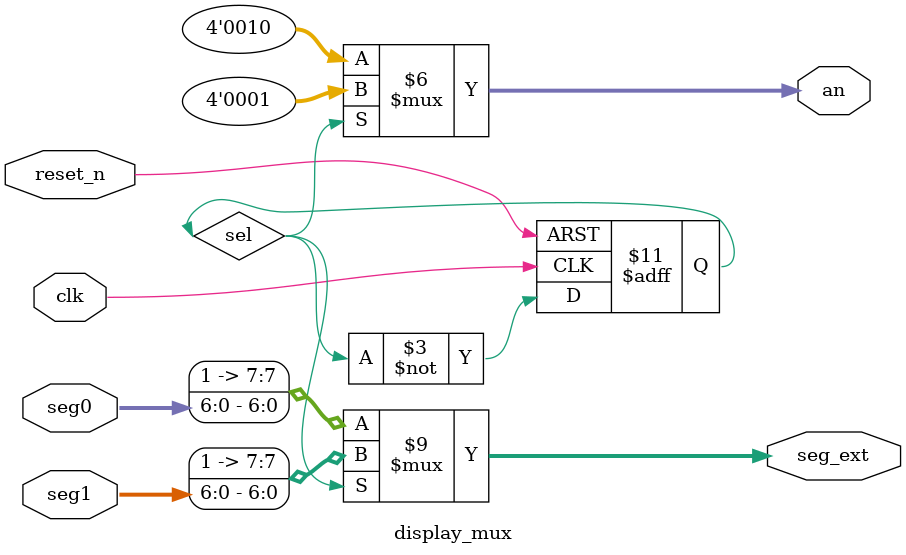
<source format=v>
`timescale 1ns / 1ps

module display_mux(
    input  wire       clk,
    input  wire       reset_n,
    input  wire [6:0] seg0,
    input  wire [6:0] seg1,
    output reg  [7:0] seg_ext,  // {dp, g, f, e, d, c, b, a}
    output reg  [3:0] an    
);
    reg sel;
    always @(posedge clk or negedge reset_n) begin
        if (!reset_n)
            sel <= 1'b0;
        else
            sel <= ~sel;
    end

    always @* begin
        if (sel) begin
            seg_ext = {1'b1, seg1};  // DP off, display seg1
            an      = 4'b0001;          // enable digit 1
        end else begin
            seg_ext = {1'b1, seg0};  // DP off, display seg0
            an      = 4'b0010;          // enable digit 0
        end
    end
endmodule
</source>
